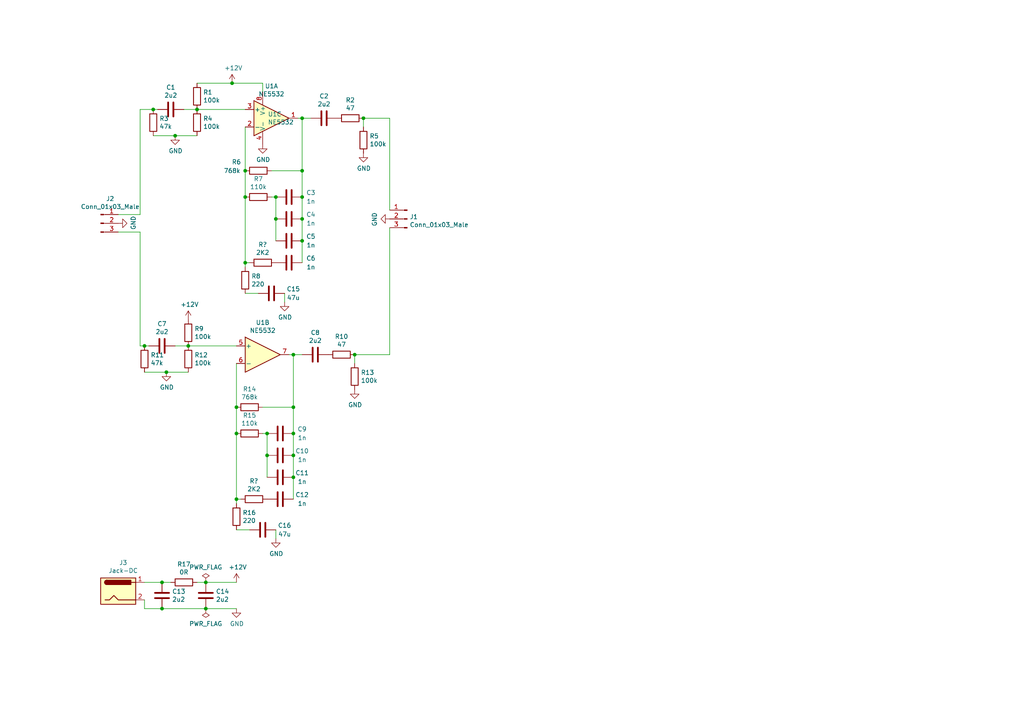
<source format=kicad_sch>
(kicad_sch (version 20230121) (generator eeschema)
  (paper "A4")
  (lib_symbols
    (symbol "Amplifier_Operational:NE5532" (pin_names (offset 0.127))
      (property "Reference" "U" (at 0 5.08 0))
      (property "Value" "NE5532" (at 0 -5.08 0))
      (symbol "NE5532_1_1"
        (polyline (pts (xy -5.08 5.08) (xy 5.08 0) (xy -5.08 -5.08) (xy -5.08 5.08)) (stroke (width 0.254)) (fill (type background)))
        (pin output line (at 7.62 0 180) (length 2.54) (name "~") (number "1"))
        (pin input line (at -7.62 -2.54 0) (length 2.54) (name "-") (number "2"))
        (pin input line (at -7.62 2.54 0) (length 2.54) (name "+") (number "3"))
      )
      (symbol "NE5532_2_1"
        (polyline (pts (xy -5.08 5.08) (xy 5.08 0) (xy -5.08 -5.08) (xy -5.08 5.08)) (stroke (width 0.254)) (fill (type background)))
        (pin input line (at -7.62 2.54 0) (length 2.54) (name "+") (number "5"))
        (pin input line (at -7.62 -2.54 0) (length 2.54) (name "-") (number "6"))
        (pin output line (at 7.62 0 180) (length 2.54) (name "~") (number "7"))
      )
      (symbol "NE5532_3_1"
        (pin power_in line (at -2.54 -7.62 90) (length 3.81) (name "V-") (number "4"))
        (pin power_in line (at -2.54 7.62 270) (length 3.81) (name "V+") (number "8"))
      )
    )
    (symbol "Connector:Jack-DC" (pin_names (offset 1.016))
      (property "Reference" "J" (at 0 5.334 0))
      (property "Value" "Jack-DC" (at 0 -5.08 0))
      (symbol "Jack-DC_0_1"
        (rectangle (start -5.08 3.81) (end 5.08 -3.81) (stroke (width 0.254)) (fill (type background)))
        (arc (start -3.302 3.175) (mid -3.9343 2.54) (end -3.302 1.905) (stroke (width 0.254)))
        (arc (start -3.302 3.175) (mid -3.9343 2.54) (end -3.302 1.905) (stroke (width 0.254)) (fill (type outline)))
        (polyline (pts (xy 5.08 2.54) (xy 3.81 2.54)) (stroke (width 0.254)))
        (polyline (pts (xy -3.81 -2.54) (xy -2.54 -2.54) (xy -1.27 -1.27) (xy 0 -2.54) (xy 2.54 -2.54) (xy 5.08 -2.54)) (stroke (width 0.254)))
        (rectangle (start 3.683 3.175) (end -3.302 1.905) (stroke (width 0.254)) (fill (type outline)))
      )
      (symbol "Jack-DC_1_1"
        (pin passive line (at 7.62 2.54 180) (length 2.54) (name "~") (number "1"))
        (pin passive line (at 7.62 -2.54 180) (length 2.54) (name "~") (number "2"))
      )
    )
    (symbol "Device:C" (pin_numbers hide) (pin_names (offset 0.254))
      (property "Reference" "C" (at 0.635 2.54 0))
      (property "Value" "C" (at 0.635 -2.54 0))
      (symbol "C_0_1"
        (polyline (pts (xy -2.032 -0.762) (xy 2.032 -0.762)) (stroke (width 0.508)))
        (polyline (pts (xy -2.032 0.762) (xy 2.032 0.762)) (stroke (width 0.508)))
      )
      (symbol "C_1_1"
        (pin passive line (at 0 3.81 270) (length 2.794) (name "~") (number "1"))
        (pin passive line (at 0 -3.81 90) (length 2.794) (name "~") (number "2"))
      )
    )
    (symbol "Device:R" (pin_numbers hide) (pin_names (offset 0))
      (property "Reference" "R" (at 2.032 0 90))
      (property "Value" "R" (at 0 0 90))
      (symbol "R_0_1"
        (rectangle (start -1.016 -2.54) (end 1.016 2.54) (stroke (width 0.254)))
      )
      (symbol "R_1_1"
        (pin passive line (at 0 3.81 270) (length 1.27) (name "~") (number "1"))
        (pin passive line (at 0 -3.81 90) (length 1.27) (name "~") (number "2"))
      )
    )
    (symbol "Phono stereo 2 smd-rescue:Conn_01x03_Male-Connector" (pin_names (offset 1.016) hide)
      (property "Reference" "J" (at 0 5.08 0))
      (property "Value" "Connector_Conn_01x03_Male" (at 0 -5.08 0))
      (symbol "Conn_01x03_Male-Connector_1_1"
        (polyline (pts (xy 1.27 -2.54) (xy 0.8636 -2.54)) (stroke (width 0.1524)))
        (polyline (pts (xy 1.27 0) (xy 0.8636 0)) (stroke (width 0.1524)))
        (polyline (pts (xy 1.27 2.54) (xy 0.8636 2.54)) (stroke (width 0.1524)))
        (rectangle (start 0.8636 -2.413) (end 0 -2.667) (stroke (width 0.1524)) (fill (type outline)))
        (rectangle (start 0.8636 0.127) (end 0 -0.127) (stroke (width 0.1524)) (fill (type outline)))
        (rectangle (start 0.8636 2.667) (end 0 2.413) (stroke (width 0.1524)) (fill (type outline)))
        (pin passive line (at 5.08 2.54 180) (length 3.81) (name "Pin_1") (number "1"))
        (pin passive line (at 5.08 0 180) (length 3.81) (name "Pin_2") (number "2"))
        (pin passive line (at 5.08 -2.54 180) (length 3.81) (name "Pin_3") (number "3"))
      )
    )
    (symbol "power:+12V" (power) (pin_names (offset 0))
      (property "Value" "+12V" (at 0 3.556 0))
      (symbol "+12V_0_1"
        (polyline (pts (xy -0.762 1.27) (xy 0 2.54)))
        (polyline (pts (xy 0 0) (xy 0 2.54)))
        (polyline (pts (xy 0 2.54) (xy 0.762 1.27)))
      )
      (symbol "+12V_1_1"
        (pin power_in line (at 0 0 90) (length 0) hide (name "+12V") (number "1"))
      )
    )
    (symbol "power:GND" (power) (pin_names (offset 0))
      (property "Value" "GND" (at 0 -3.81 0))
      (symbol "GND_0_1"
        (polyline (pts (xy 0 0) (xy 0 -1.27) (xy 1.27 -1.27) (xy 0 -2.54) (xy -1.27 -1.27) (xy 0 -1.27)))
      )
      (symbol "GND_1_1"
        (pin power_in line (at 0 0 270) (length 0) hide (name "GND") (number "1"))
      )
    )
    (symbol "power:PWR_FLAG" (power) (pin_numbers hide) (pin_names (offset 0) hide)
      (property "Value" "PWR_FLAG" (at 0 3.81 0))
      (symbol "PWR_FLAG_0_0"
        (pin power_out line (at 0 0 90) (length 0) (name "pwr") (number "1"))
      )
      (symbol "PWR_FLAG_0_1"
        (polyline (pts (xy 0 0) (xy 0 1.27) (xy -1.016 1.905) (xy 0 2.54) (xy 1.016 1.905) (xy 0 1.27)))
      )
    )
  )
  (junction (at 71.12 57.15))
  (junction (at 85.09 138.43))
  (junction (at 85.09 125.73))
  (junction (at 85.09 102.87))
  (junction (at 85.09 132.08))
  (junction (at 80.01 57.15))
  (junction (at 71.12 49.53))
  (junction (at 48.26 107.95))
  (junction (at 59.69 176.53))
  (junction (at 71.12 76.2))
  (junction (at 77.47 125.73))
  (junction (at 50.8 39.37))
  (junction (at 46.99 176.53))
  (junction (at 87.63 69.85))
  (junction (at 67.31 24.13))
  (junction (at 87.63 57.15))
  (junction (at 87.63 63.5))
  (junction (at 57.15 31.75))
  (junction (at 102.87 102.87))
  (junction (at 87.63 34.29))
  (junction (at 87.63 49.53))
  (junction (at 85.09 118.11))
  (junction (at 59.69 168.91))
  (junction (at 44.45 31.75))
  (junction (at 46.99 168.91))
  (junction (at 77.47 132.08))
  (junction (at 68.58 118.11))
  (junction (at 54.61 100.33))
  (junction (at 105.41 34.29))
  (junction (at 80.01 63.5))
  (junction (at 41.91 100.33))
  (junction (at 68.58 125.73))
  (junction (at 68.58 144.78))
  (wire (pts (xy 87.63 76.2) (xy 87.63 69.85)))
  (wire (pts (xy 46.99 176.53) (xy 59.69 176.53)))
  (wire (pts (xy 50.8 39.37) (xy 57.15 39.37)))
  (wire (pts (xy 76.2 24.13) (xy 67.31 24.13)))
  (wire (pts (xy 71.12 31.75) (xy 57.15 31.75)))
  (wire (pts (xy 34.29 62.23) (xy 40.64 62.23)))
  (wire (pts (xy 67.31 24.13) (xy 57.15 24.13)))
  (wire (pts (xy 40.64 67.31) (xy 40.64 100.33)))
  (wire (pts (xy 76.2 118.11) (xy 85.09 118.11)))
  (wire (pts (xy 85.09 118.11) (xy 85.09 102.87)))
  (wire (pts (xy 87.63 49.53) (xy 87.63 34.29)))
  (wire (pts (xy 68.58 118.11) (xy 68.58 125.73)))
  (wire (pts (xy 40.64 100.33) (xy 41.91 100.33)))
  (wire (pts (xy 113.03 66.04) (xy 113.03 102.87)))
  (wire (pts (xy 46.99 168.91) (xy 49.53 168.91)))
  (wire (pts (xy 41.91 100.33) (xy 43.18 100.33)))
  (wire (pts (xy 71.12 36.83) (xy 71.12 49.53)))
  (wire (pts (xy 40.64 31.75) (xy 44.45 31.75)))
  (wire (pts (xy 105.41 34.29) (xy 105.41 36.83)))
  (wire (pts (xy 34.29 67.31) (xy 40.64 67.31)))
  (wire (pts (xy 48.26 107.95) (xy 54.61 107.95)))
  (wire (pts (xy 69.85 144.78) (xy 68.58 144.78)))
  (wire (pts (xy 59.69 176.53) (xy 68.58 176.53)))
  (wire (pts (xy 87.63 57.15) (xy 87.63 49.53)))
  (wire (pts (xy 68.58 105.41) (xy 68.58 118.11)))
  (wire (pts (xy 77.47 125.73) (xy 77.47 132.08)))
  (wire (pts (xy 78.74 57.15) (xy 80.01 57.15)))
  (wire (pts (xy 80.01 156.21) (xy 80.01 153.67)))
  (wire (pts (xy 102.87 102.87) (xy 102.87 105.41)))
  (wire (pts (xy 113.03 102.87) (xy 102.87 102.87)))
  (wire (pts (xy 87.63 34.29) (xy 90.17 34.29)))
  (wire (pts (xy 44.45 31.75) (xy 45.72 31.75)))
  (wire (pts (xy 68.58 125.73) (xy 68.58 144.78)))
  (wire (pts (xy 87.63 63.5) (xy 87.63 57.15)))
  (wire (pts (xy 85.09 138.43) (xy 85.09 132.08)))
  (wire (pts (xy 86.36 34.29) (xy 87.63 34.29)))
  (wire (pts (xy 85.09 132.08) (xy 85.09 125.73)))
  (wire (pts (xy 44.45 39.37) (xy 50.8 39.37)))
  (wire (pts (xy 57.15 168.91) (xy 59.69 168.91)))
  (wire (pts (xy 71.12 57.15) (xy 71.12 76.2)))
  (wire (pts (xy 72.39 153.67) (xy 68.58 153.67)))
  (wire (pts (xy 76.2 26.67) (xy 76.2 24.13)))
  (wire (pts (xy 87.63 69.85) (xy 87.63 63.5)))
  (wire (pts (xy 82.55 87.63) (xy 82.55 85.09)))
  (wire (pts (xy 40.64 62.23) (xy 40.64 31.75)))
  (wire (pts (xy 71.12 76.2) (xy 71.12 77.47)))
  (wire (pts (xy 85.09 144.78) (xy 85.09 138.43)))
  (wire (pts (xy 41.91 176.53) (xy 46.99 176.53)))
  (wire (pts (xy 41.91 173.99) (xy 41.91 176.53)))
  (wire (pts (xy 68.58 144.78) (xy 68.58 146.05)))
  (wire (pts (xy 41.91 168.91) (xy 46.99 168.91)))
  (wire (pts (xy 41.91 107.95) (xy 48.26 107.95)))
  (wire (pts (xy 113.03 34.29) (xy 113.03 60.96)))
  (wire (pts (xy 72.39 76.2) (xy 71.12 76.2)))
  (wire (pts (xy 83.82 102.87) (xy 85.09 102.87)))
  (wire (pts (xy 68.58 100.33) (xy 54.61 100.33)))
  (wire (pts (xy 78.74 49.53) (xy 87.63 49.53)))
  (wire (pts (xy 80.01 57.15) (xy 80.01 63.5)))
  (wire (pts (xy 71.12 49.53) (xy 71.12 57.15)))
  (wire (pts (xy 105.41 34.29) (xy 113.03 34.29)))
  (wire (pts (xy 50.8 100.33) (xy 54.61 100.33)))
  (wire (pts (xy 77.47 132.08) (xy 77.47 138.43)))
  (wire (pts (xy 53.34 31.75) (xy 57.15 31.75)))
  (wire (pts (xy 85.09 102.87) (xy 87.63 102.87)))
  (wire (pts (xy 76.2 125.73) (xy 77.47 125.73)))
  (wire (pts (xy 74.93 85.09) (xy 71.12 85.09)))
  (wire (pts (xy 85.09 125.73) (xy 85.09 118.11)))
  (wire (pts (xy 59.69 168.91) (xy 68.58 168.91)))
  (wire (pts (xy 80.01 63.5) (xy 80.01 69.85)))
  (symbol (lib_id "Amplifier_Operational:NE5532") (at 78.74 34.29 0) (unit 1)
    (property "Reference" "U1" (at 78.74 24.9682 0))
    (property "Value" "NE5532" (at 78.74 27.2796 0))
    (property "Footprint" "Package_SO:SOIC-8_3.9x4.9mm_P1.27mm" (effects hide))
    (property "Datasheet" "http://www.ti.com/lit/ds/symlink/ne5532.pdf" (effects hide))
  )
  (symbol (lib_id "Amplifier_Operational:NE5532") (at 76.2 102.87 0) (unit 2)
    (property "Reference" "U1" (at 76.2 93.5482 0))
    (property "Value" "NE5532" (at 76.2 95.8596 0))
    (property "Footprint" "Package_SO:SOIC-8_3.9x4.9mm_P1.27mm" (effects hide))
    (property "Datasheet" "http://www.ti.com/lit/ds/symlink/ne5532.pdf" (effects hide))
  )
  (symbol (lib_id "Amplifier_Operational:NE5532") (at 78.74 34.29 0) (unit 3)
    (property "Reference" "U1" (at 77.6732 33.1216 0) (effects (justify left)))
    (property "Value" "NE5532" (at 77.6732 35.433 0) (effects (justify left)))
    (property "Footprint" "Package_SO:SOIC-8_3.9x4.9mm_P1.27mm" (effects hide))
    (property "Datasheet" "http://www.ti.com/lit/ds/symlink/ne5532.pdf" (effects hide))
  )
  (symbol (lib_id "Device:R") (at 44.45 35.56 0) (unit 1)
    (property "Reference" "R3" (at 46.228 34.3916 0) (effects (justify left)))
    (property "Value" "47k" (at 46.228 36.703 0) (effects (justify left)))
    (property "Footprint" "Resistor_SMD:R_0805_2012Metric_Pad1.15x1.40mm_HandSolder" (effects hide))
  )
  (symbol (lib_id "Device:R") (at 57.15 27.94 0) (unit 1)
    (property "Reference" "R1" (at 58.928 26.7716 0) (effects (justify left)))
    (property "Value" "100k" (at 58.928 29.083 0) (effects (justify left)))
    (property "Footprint" "Resistor_SMD:R_0805_2012Metric_Pad1.15x1.40mm_HandSolder" (effects hide))
  )
  (symbol (lib_id "Device:R") (at 57.15 35.56 0) (unit 1)
    (property "Reference" "R4" (at 58.928 34.3916 0) (effects (justify left)))
    (property "Value" "100k" (at 58.928 36.703 0) (effects (justify left)))
    (property "Footprint" "Resistor_SMD:R_0805_2012Metric_Pad1.15x1.40mm_HandSolder" (effects hide))
  )
  (symbol (lib_id "Device:R") (at 74.93 49.53 270) (unit 1)
    (property "Reference" "R6" (at 68.58 46.99 90))
    (property "Value" "768k" (at 67.31 49.53 90))
    (property "Footprint" "Resistor_SMD:R_0805_2012Metric_Pad1.15x1.40mm_HandSolder" (effects hide))
  )
  (symbol (lib_id "Device:R") (at 74.93 57.15 270) (unit 1)
    (property "Reference" "R7" (at 74.93 51.8922 90))
    (property "Value" "110k" (at 74.93 54.2036 90))
    (property "Footprint" "Resistor_SMD:R_0805_2012Metric_Pad1.15x1.40mm_HandSolder" (effects hide))
  )
  (symbol (lib_id "Device:R") (at 71.12 81.28 180) (unit 1)
    (property "Reference" "R8" (at 72.898 80.1116 0) (effects (justify right)))
    (property "Value" "220" (at 72.898 82.423 0) (effects (justify right)))
    (property "Footprint" "Resistor_SMD:R_0805_2012Metric_Pad1.15x1.40mm_HandSolder" (effects hide))
  )
  (symbol (lib_id "Device:C") (at 49.53 31.75 270) (unit 1)
    (property "Reference" "C1" (at 49.53 25.3492 90))
    (property "Value" "2u2" (at 49.53 27.6606 90))
    (property "Footprint" "Capacitor_SMD:C_0805_2012Metric_Pad1.15x1.40mm_HandSolder" (effects hide))
  )
  (symbol (lib_id "Device:C") (at 83.82 57.15 270) (unit 1)
    (property "Reference" "C3" (at 90.17 55.88 90))
    (property "Value" "1n" (at 90.17 58.42 90))
    (property "Footprint" "Capacitor_SMD:C_0805_2012Metric_Pad1.15x1.40mm_HandSolder" (effects hide))
  )
  (symbol (lib_id "Device:C") (at 83.82 63.5 270) (unit 1)
    (property "Reference" "C4" (at 90.17 62.23 90))
    (property "Value" "1n" (at 90.17 64.77 90))
    (property "Footprint" "Capacitor_SMD:C_0805_2012Metric_Pad1.15x1.40mm_HandSolder" (effects hide))
  )
  (symbol (lib_id "Device:C") (at 83.82 69.85 270) (unit 1)
    (property "Reference" "C5" (at 90.17 68.58 90))
    (property "Value" "1n" (at 90.17 71.12 90))
    (property "Footprint" "Capacitor_SMD:C_0805_2012Metric_Pad1.15x1.40mm_HandSolder" (effects hide))
  )
  (symbol (lib_id "Device:C") (at 83.82 76.2 270) (unit 1)
    (property "Reference" "C6" (at 90.17 74.93 90))
    (property "Value" "1n" (at 90.17 77.47 90))
    (property "Footprint" "Capacitor_SMD:C_0805_2012Metric_Pad1.15x1.40mm_HandSolder" (effects hide))
  )
  (symbol (lib_id "Device:C") (at 93.98 34.29 270) (unit 1)
    (property "Reference" "C2" (at 93.98 27.8892 90))
    (property "Value" "2u2" (at 93.98 30.2006 90))
    (property "Footprint" "Capacitor_SMD:C_0805_2012Metric_Pad1.15x1.40mm_HandSolder" (effects hide))
  )
  (symbol (lib_id "Device:R") (at 101.6 34.29 270) (unit 1)
    (property "Reference" "R2" (at 101.6 29.0322 90))
    (property "Value" "47" (at 101.6 31.3436 90))
    (property "Footprint" "Resistor_SMD:R_0805_2012Metric_Pad1.15x1.40mm_HandSolder" (effects hide))
  )
  (symbol (lib_id "Device:R") (at 105.41 40.64 180) (unit 1)
    (property "Reference" "R5" (at 107.188 39.4716 0) (effects (justify right)))
    (property "Value" "100k" (at 107.188 41.783 0) (effects (justify right)))
    (property "Footprint" "Resistor_SMD:R_0805_2012Metric_Pad1.15x1.40mm_HandSolder" (effects hide))
  )
  (symbol (lib_id "Device:C") (at 76.2 153.67 270) (unit 1)
    (property "Reference" "C16" (at 82.55 152.4 90))
    (property "Value" "47u" (at 82.55 154.94 90))
    (property "Footprint" "Capacitor_SMD:C_1206_3216Metric_Pad1.42x1.75mm_HandSolder" (effects hide))
  )
  (symbol (lib_id "Device:C") (at 78.74 85.09 270) (unit 1)
    (property "Reference" "C15" (at 85.09 83.82 90))
    (property "Value" "47u" (at 85.09 86.36 90))
    (property "Footprint" "Capacitor_SMD:C_1206_3216Metric_Pad1.42x1.75mm_HandSolder" (effects hide))
  )
  (symbol (lib_id "power:GND") (at 80.01 156.21 0) (unit 1)
    (property "Reference" "#PWR09" (effects hide))
    (property "Value" "GND" (at 80.137 160.6042 0))
  )
  (symbol (lib_id "power:GND") (at 82.55 87.63 0) (unit 1)
    (property "Reference" "#PWR07" (effects hide))
    (property "Value" "GND" (at 82.677 92.0242 0))
  )
  (symbol (lib_id "Device:R") (at 41.91 104.14 0) (unit 1)
    (property "Reference" "R11" (at 43.688 102.9716 0) (effects (justify left)))
    (property "Value" "47k" (at 43.688 105.283 0) (effects (justify left)))
    (property "Footprint" "Resistor_SMD:R_0805_2012Metric_Pad1.15x1.40mm_HandSolder" (effects hide))
  )
  (symbol (lib_id "Device:R") (at 54.61 96.52 0) (unit 1)
    (property "Reference" "R9" (at 56.388 95.3516 0) (effects (justify left)))
    (property "Value" "100k" (at 56.388 97.663 0) (effects (justify left)))
    (property "Footprint" "Resistor_SMD:R_0805_2012Metric_Pad1.15x1.40mm_HandSolder" (effects hide))
  )
  (symbol (lib_id "Device:R") (at 54.61 104.14 0) (unit 1)
    (property "Reference" "R12" (at 56.388 102.9716 0) (effects (justify left)))
    (property "Value" "100k" (at 56.388 105.283 0) (effects (justify left)))
    (property "Footprint" "Resistor_SMD:R_0805_2012Metric_Pad1.15x1.40mm_HandSolder" (effects hide))
  )
  (symbol (lib_id "Device:R") (at 72.39 118.11 270) (unit 1)
    (property "Reference" "R14" (at 72.39 112.8522 90))
    (property "Value" "768k" (at 72.39 115.1636 90))
    (property "Footprint" "Resistor_SMD:R_0805_2012Metric_Pad1.15x1.40mm_HandSolder" (effects hide))
  )
  (symbol (lib_id "Device:R") (at 72.39 125.73 270) (unit 1)
    (property "Reference" "R15" (at 72.39 120.4722 90))
    (property "Value" "110k" (at 72.39 122.7836 90))
    (property "Footprint" "Resistor_SMD:R_0805_2012Metric_Pad1.15x1.40mm_HandSolder" (effects hide))
  )
  (symbol (lib_id "Device:R") (at 68.58 149.86 180) (unit 1)
    (property "Reference" "R16" (at 70.358 148.6916 0) (effects (justify right)))
    (property "Value" "220" (at 70.358 151.003 0) (effects (justify right)))
    (property "Footprint" "Resistor_SMD:R_0805_2012Metric_Pad1.15x1.40mm_HandSolder" (effects hide))
  )
  (symbol (lib_id "Device:C") (at 46.99 100.33 270) (unit 1)
    (property "Reference" "C7" (at 46.99 93.9292 90))
    (property "Value" "2u2" (at 46.99 96.2406 90))
    (property "Footprint" "Capacitor_SMD:C_0805_2012Metric_Pad1.15x1.40mm_HandSolder" (effects hide))
  )
  (symbol (lib_id "Device:C") (at 81.28 125.73 270) (unit 1)
    (property "Reference" "C9" (at 87.63 124.46 90))
    (property "Value" "1n" (at 87.63 127 90))
    (property "Footprint" "Capacitor_SMD:C_0805_2012Metric_Pad1.15x1.40mm_HandSolder" (effects hide))
  )
  (symbol (lib_id "Device:C") (at 81.28 132.08 270) (unit 1)
    (property "Reference" "C10" (at 87.63 130.81 90))
    (property "Value" "1n" (at 87.63 133.35 90))
    (property "Footprint" "Capacitor_SMD:C_0805_2012Metric_Pad1.15x1.40mm_HandSolder" (effects hide))
  )
  (symbol (lib_id "Device:C") (at 81.28 138.43 270) (unit 1)
    (property "Reference" "C11" (at 87.63 137.16 90))
    (property "Value" "1n" (at 87.63 139.7 90))
    (property "Footprint" "Capacitor_SMD:C_0805_2012Metric_Pad1.15x1.40mm_HandSolder" (effects hide))
  )
  (symbol (lib_id "Device:C") (at 81.28 144.78 270) (unit 1)
    (property "Reference" "C12" (at 87.63 143.51 90))
    (property "Value" "1n" (at 87.63 146.05 90))
    (property "Footprint" "Capacitor_SMD:C_0805_2012Metric_Pad1.15x1.40mm_HandSolder" (effects hide))
  )
  (symbol (lib_id "Device:C") (at 91.44 102.87 270) (unit 1)
    (property "Reference" "C8" (at 91.44 96.4692 90))
    (property "Value" "2u2" (at 91.44 98.7806 90))
    (property "Footprint" "Capacitor_SMD:C_0805_2012Metric_Pad1.15x1.40mm_HandSolder" (effects hide))
  )
  (symbol (lib_id "Device:R") (at 99.06 102.87 270) (unit 1)
    (property "Reference" "R10" (at 99.06 97.6122 90))
    (property "Value" "47" (at 99.06 99.9236 90))
    (property "Footprint" "Resistor_SMD:R_0805_2012Metric_Pad1.15x1.40mm_HandSolder" (effects hide))
  )
  (symbol (lib_id "Device:R") (at 102.87 109.22 180) (unit 1)
    (property "Reference" "R13" (at 104.648 108.0516 0) (effects (justify right)))
    (property "Value" "100k" (at 104.648 110.363 0) (effects (justify right)))
    (property "Footprint" "Resistor_SMD:R_0805_2012Metric_Pad1.15x1.40mm_HandSolder" (effects hide))
  )
  (symbol (lib_id "Connector:Jack-DC") (at 34.29 171.45 0) (unit 1)
    (property "Reference" "J3" (at 35.7378 163.195 0))
    (property "Value" "Jack-DC" (at 35.7378 165.5064 0))
    (property "Footprint" "Connector_PinHeader_2.54mm:PinHeader_1x02_P2.54mm_Vertical" (effects hide))
  )
  (symbol (lib_id "Device:C") (at 46.99 172.72 180) (unit 1)
    (property "Reference" "C13" (at 49.911 171.5516 0) (effects (justify right)))
    (property "Value" "2u2" (at 49.911 173.863 0) (effects (justify right)))
    (property "Footprint" "Capacitor_SMD:C_0805_2012Metric_Pad1.15x1.40mm_HandSolder" (effects hide))
  )
  (symbol (lib_id "Device:R") (at 53.34 168.91 90) (unit 1)
    (property "Reference" "R17" (at 53.34 163.6522 90))
    (property "Value" "0R" (at 53.34 165.9636 90))
    (property "Footprint" "Resistor_SMD:R_0805_2012Metric_Pad1.15x1.40mm_HandSolder" (effects hide))
  )
  (symbol (lib_id "Device:C") (at 59.69 172.72 180) (unit 1)
    (property "Reference" "C14" (at 62.611 171.5516 0) (effects (justify right)))
    (property "Value" "2u2" (at 62.611 173.863 0) (effects (justify right)))
    (property "Footprint" "Capacitor_SMD:C_0805_2012Metric_Pad1.15x1.40mm_HandSolder" (effects hide))
  )
  (symbol (lib_id "power:+12V") (at 68.58 168.91 0) (unit 1)
    (property "Reference" "#PWR010" (effects hide))
    (property "Value" "+12V" (at 68.961 164.5158 0))
  )
  (symbol (lib_id "power:GND") (at 68.58 176.53 0) (unit 1)
    (property "Reference" "#PWR012" (effects hide))
    (property "Value" "GND" (at 68.707 180.9242 0))
  )
  (symbol (lib_id "power:PWR_FLAG") (at 59.69 168.91 0) (unit 1)
    (property "Reference" "#FLG01" (effects hide))
    (property "Value" "PWR_FLAG" (at 59.69 164.5158 0))
  )
  (symbol (lib_id "power:GND") (at 102.87 113.03 0) (unit 1)
    (property "Reference" "#PWR08" (effects hide))
    (property "Value" "GND" (at 102.997 117.4242 0))
  )
  (symbol (lib_id "power:GND") (at 34.29 64.77 90) (unit 1)
    (property "Reference" "#PWR06" (effects hide))
    (property "Value" "GND" (at 38.6842 64.643 0))
  )
  (symbol (lib_id "power:GND") (at 113.03 63.5 270) (unit 1)
    (property "Reference" "#PWR05" (effects hide))
    (property "Value" "GND" (at 108.6358 63.627 0))
  )
  (symbol (lib_id "power:GND") (at 50.8 39.37 0) (unit 1)
    (property "Reference" "#PWR02" (effects hide))
    (property "Value" "GND" (at 50.927 43.7642 0))
  )
  (symbol (lib_id "power:GND") (at 76.2 41.91 0) (unit 1)
    (property "Reference" "#PWR03" (effects hide))
    (property "Value" "GND" (at 76.327 46.3042 0))
  )
  (symbol (lib_id "power:GND") (at 105.41 44.45 0) (unit 1)
    (property "Reference" "#PWR04" (effects hide))
    (property "Value" "GND" (at 105.537 48.8442 0))
  )
  (symbol (lib_id "power:+12V") (at 67.31 24.13 0) (unit 1)
    (property "Reference" "#PWR01" (effects hide))
    (property "Value" "+12V" (at 67.691 19.7358 0))
  )
  (symbol (lib_id "power:+12V") (at 54.61 92.71 0) (unit 1)
    (property "Reference" "#PWR0101" (effects hide))
    (property "Value" "+12V" (at 54.991 88.3158 0))
  )
  (symbol (lib_id "power:PWR_FLAG") (at 59.69 176.53 180) (unit 1)
    (property "Reference" "#FLG0101" (effects hide))
    (property "Value" "PWR_FLAG" (at 59.69 180.9242 0))
  )
  (symbol (lib_id "power:GND") (at 48.26 107.95 0) (unit 1)
    (property "Reference" "#PWR0102" (effects hide))
    (property "Value" "GND" (at 48.387 112.3442 0))
  )
  (symbol (lib_id "Phono stereo 2 smd-rescue:Conn_01x03_Male-Connector") (at 29.21 64.77 0) (unit 1)
    (property "Reference" "J2" (at 31.9532 57.6326 0))
    (property "Value" "Conn_01x03_Male" (at 31.9532 59.944 0))
    (property "Footprint" "Connector_PinHeader_2.54mm:PinHeader_1x03_P2.54mm_Vertical" (effects hide))
  )
  (symbol (lib_id "Phono stereo 2 smd-rescue:Conn_01x03_Male-Connector") (at 118.11 63.5 0) (mirror y) (unit 1)
    (property "Reference" "J1" (at 118.8212 62.8904 0) (effects (justify right)))
    (property "Value" "Conn_01x03_Male" (at 118.8212 65.2018 0) (effects (justify right)))
    (property "Footprint" "Connector_PinHeader_2.54mm:PinHeader_1x03_P2.54mm_Vertical" (effects hide))
  )
  (symbol (lib_id "Device:R") (at 76.2 76.2 270) (unit 1)
    (property "Reference" "R?" (at 76.2 70.9422 90))
    (property "Value" "2K2" (at 76.2 73.2536 90))
    (property "Footprint" "Resistor_SMD:R_0805_2012Metric_Pad1.15x1.40mm_HandSolder" (effects hide))
  )
  (symbol (lib_id "Device:R") (at 73.66 144.78 270) (unit 1)
    (property "Reference" "R?" (at 73.66 139.5222 90))
    (property "Value" "2K2" (at 73.66 141.8336 90))
    (property "Footprint" "Resistor_SMD:R_0805_2012Metric_Pad1.15x1.40mm_HandSolder" (effects hide))
  )
)
</source>
